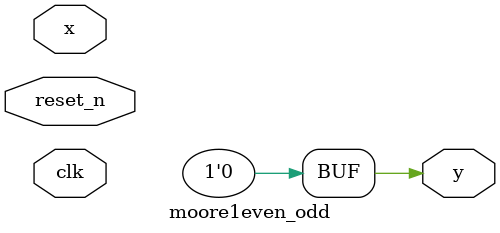
<source format=v>
module moore1even_odd (
    input clk,reset_n,x,
    output y
);
reg [1:0] state_reg,state_next;
localparam s0 = 0;
localparam s1 = 1;
localparam s2 = 2;
localparam s3 = 3;
localparam s4 = 4;
localparam s5 = 5;


always @(posedge clk,negedge reset_n) begin
    if(!reset_n)
    state_reg<=s0;
    else
    state_reg<=state_next;
end

always @(*) begin
    case (state_reg)
       s0 : 
       if(x)
       state_next=s1;
       else
       state_next=s2;
       s1 : 
       if(x)
       state_next=s0;
       else
       state_next=s5;
       s2 : 
       if(x)
       state_next=s1;
       else
       state_next=s2;
       s3 : 
       if(x)
       state_next=s4;
       else
       state_next=s3; 
       s4 : 
       if(x)
       state_next=s3;
       else
       state_next=s4; 
       s5 : 
       if(x)
       state_next=s0;
       else
       state_next=s4; 
 default: state_next=state_reg;
    endcase
end
assign y= (state_reg==s4);
    
endmodule
</source>
